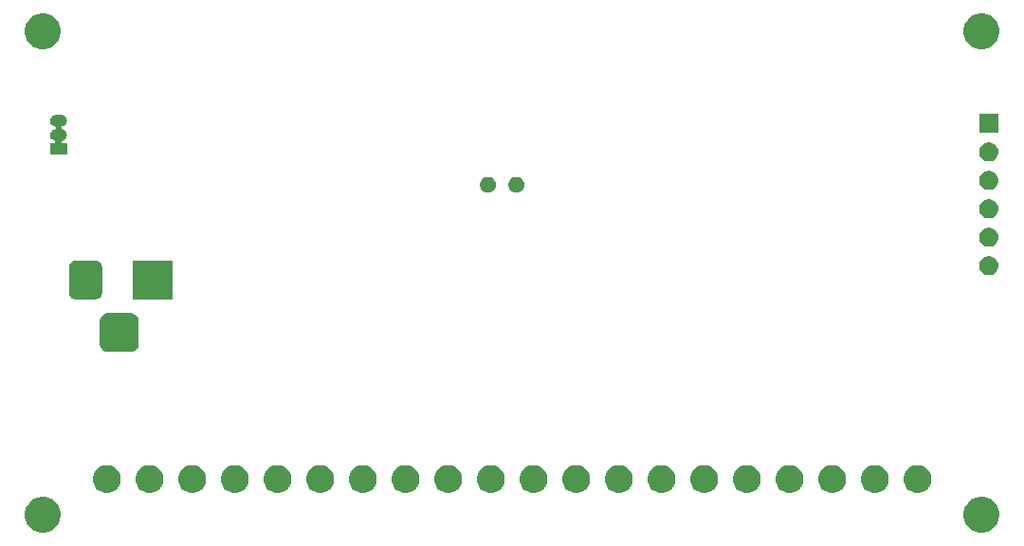
<source format=gbr>
G04 #@! TF.GenerationSoftware,KiCad,Pcbnew,(5.1.0-0)*
G04 #@! TF.CreationDate,2019-12-01T11:51:17+01:00*
G04 #@! TF.ProjectId,esp32,65737033-322e-46b6-9963-61645f706362,rev?*
G04 #@! TF.SameCoordinates,Original*
G04 #@! TF.FileFunction,Soldermask,Bot*
G04 #@! TF.FilePolarity,Negative*
%FSLAX46Y46*%
G04 Gerber Fmt 4.6, Leading zero omitted, Abs format (unit mm)*
G04 Created by KiCad (PCBNEW (5.1.0-0)) date 2019-12-01 11:51:17*
%MOMM*%
%LPD*%
G04 APERTURE LIST*
%ADD10C,0.100000*%
G04 APERTURE END LIST*
D10*
G36*
X165461703Y-106886486D02*
G01*
X165752883Y-107007097D01*
X166014940Y-107182198D01*
X166237802Y-107405060D01*
X166412903Y-107667117D01*
X166533514Y-107958297D01*
X166595000Y-108267412D01*
X166595000Y-108582588D01*
X166533514Y-108891703D01*
X166412903Y-109182883D01*
X166237802Y-109444940D01*
X166014940Y-109667802D01*
X165752883Y-109842903D01*
X165461703Y-109963514D01*
X165152588Y-110025000D01*
X164837412Y-110025000D01*
X164528297Y-109963514D01*
X164237117Y-109842903D01*
X163975060Y-109667802D01*
X163752198Y-109444940D01*
X163577097Y-109182883D01*
X163456486Y-108891703D01*
X163395000Y-108582588D01*
X163395000Y-108267412D01*
X163456486Y-107958297D01*
X163577097Y-107667117D01*
X163752198Y-107405060D01*
X163975060Y-107182198D01*
X164237117Y-107007097D01*
X164528297Y-106886486D01*
X164837412Y-106825000D01*
X165152588Y-106825000D01*
X165461703Y-106886486D01*
X165461703Y-106886486D01*
G37*
G36*
X81641703Y-106886486D02*
G01*
X81932883Y-107007097D01*
X82194940Y-107182198D01*
X82417802Y-107405060D01*
X82592903Y-107667117D01*
X82713514Y-107958297D01*
X82775000Y-108267412D01*
X82775000Y-108582588D01*
X82713514Y-108891703D01*
X82592903Y-109182883D01*
X82417802Y-109444940D01*
X82194940Y-109667802D01*
X81932883Y-109842903D01*
X81641703Y-109963514D01*
X81332588Y-110025000D01*
X81017412Y-110025000D01*
X80708297Y-109963514D01*
X80417117Y-109842903D01*
X80155060Y-109667802D01*
X79932198Y-109444940D01*
X79757097Y-109182883D01*
X79636486Y-108891703D01*
X79575000Y-108582588D01*
X79575000Y-108267412D01*
X79636486Y-107958297D01*
X79757097Y-107667117D01*
X79932198Y-107405060D01*
X80155060Y-107182198D01*
X80417117Y-107007097D01*
X80708297Y-106886486D01*
X81017412Y-106825000D01*
X81332588Y-106825000D01*
X81641703Y-106886486D01*
X81641703Y-106886486D01*
G37*
G36*
X152024610Y-104048036D02*
G01*
X152252095Y-104142264D01*
X152252097Y-104142265D01*
X152456828Y-104279062D01*
X152630938Y-104453172D01*
X152767736Y-104657905D01*
X152861964Y-104885390D01*
X152910000Y-105126884D01*
X152910000Y-105373116D01*
X152861964Y-105614610D01*
X152767736Y-105842095D01*
X152767735Y-105842097D01*
X152630938Y-106046828D01*
X152456828Y-106220938D01*
X152252097Y-106357735D01*
X152252096Y-106357736D01*
X152252095Y-106357736D01*
X152024610Y-106451964D01*
X151783116Y-106500000D01*
X151536884Y-106500000D01*
X151295390Y-106451964D01*
X151067905Y-106357736D01*
X151067904Y-106357736D01*
X151067903Y-106357735D01*
X150863172Y-106220938D01*
X150689062Y-106046828D01*
X150552265Y-105842097D01*
X150552264Y-105842095D01*
X150458036Y-105614610D01*
X150410000Y-105373116D01*
X150410000Y-105126884D01*
X150458036Y-104885390D01*
X150552264Y-104657905D01*
X150689062Y-104453172D01*
X150863172Y-104279062D01*
X151067903Y-104142265D01*
X151067905Y-104142264D01*
X151295390Y-104048036D01*
X151536884Y-104000000D01*
X151783116Y-104000000D01*
X152024610Y-104048036D01*
X152024610Y-104048036D01*
G37*
G36*
X148214610Y-104048036D02*
G01*
X148442095Y-104142264D01*
X148442097Y-104142265D01*
X148646828Y-104279062D01*
X148820938Y-104453172D01*
X148957736Y-104657905D01*
X149051964Y-104885390D01*
X149100000Y-105126884D01*
X149100000Y-105373116D01*
X149051964Y-105614610D01*
X148957736Y-105842095D01*
X148957735Y-105842097D01*
X148820938Y-106046828D01*
X148646828Y-106220938D01*
X148442097Y-106357735D01*
X148442096Y-106357736D01*
X148442095Y-106357736D01*
X148214610Y-106451964D01*
X147973116Y-106500000D01*
X147726884Y-106500000D01*
X147485390Y-106451964D01*
X147257905Y-106357736D01*
X147257904Y-106357736D01*
X147257903Y-106357735D01*
X147053172Y-106220938D01*
X146879062Y-106046828D01*
X146742265Y-105842097D01*
X146742264Y-105842095D01*
X146648036Y-105614610D01*
X146600000Y-105373116D01*
X146600000Y-105126884D01*
X146648036Y-104885390D01*
X146742264Y-104657905D01*
X146879062Y-104453172D01*
X147053172Y-104279062D01*
X147257903Y-104142265D01*
X147257905Y-104142264D01*
X147485390Y-104048036D01*
X147726884Y-104000000D01*
X147973116Y-104000000D01*
X148214610Y-104048036D01*
X148214610Y-104048036D01*
G37*
G36*
X144404610Y-104048036D02*
G01*
X144632095Y-104142264D01*
X144632097Y-104142265D01*
X144836828Y-104279062D01*
X145010938Y-104453172D01*
X145147736Y-104657905D01*
X145241964Y-104885390D01*
X145290000Y-105126884D01*
X145290000Y-105373116D01*
X145241964Y-105614610D01*
X145147736Y-105842095D01*
X145147735Y-105842097D01*
X145010938Y-106046828D01*
X144836828Y-106220938D01*
X144632097Y-106357735D01*
X144632096Y-106357736D01*
X144632095Y-106357736D01*
X144404610Y-106451964D01*
X144163116Y-106500000D01*
X143916884Y-106500000D01*
X143675390Y-106451964D01*
X143447905Y-106357736D01*
X143447904Y-106357736D01*
X143447903Y-106357735D01*
X143243172Y-106220938D01*
X143069062Y-106046828D01*
X142932265Y-105842097D01*
X142932264Y-105842095D01*
X142838036Y-105614610D01*
X142790000Y-105373116D01*
X142790000Y-105126884D01*
X142838036Y-104885390D01*
X142932264Y-104657905D01*
X143069062Y-104453172D01*
X143243172Y-104279062D01*
X143447903Y-104142265D01*
X143447905Y-104142264D01*
X143675390Y-104048036D01*
X143916884Y-104000000D01*
X144163116Y-104000000D01*
X144404610Y-104048036D01*
X144404610Y-104048036D01*
G37*
G36*
X140594610Y-104048036D02*
G01*
X140822095Y-104142264D01*
X140822097Y-104142265D01*
X141026828Y-104279062D01*
X141200938Y-104453172D01*
X141337736Y-104657905D01*
X141431964Y-104885390D01*
X141480000Y-105126884D01*
X141480000Y-105373116D01*
X141431964Y-105614610D01*
X141337736Y-105842095D01*
X141337735Y-105842097D01*
X141200938Y-106046828D01*
X141026828Y-106220938D01*
X140822097Y-106357735D01*
X140822096Y-106357736D01*
X140822095Y-106357736D01*
X140594610Y-106451964D01*
X140353116Y-106500000D01*
X140106884Y-106500000D01*
X139865390Y-106451964D01*
X139637905Y-106357736D01*
X139637904Y-106357736D01*
X139637903Y-106357735D01*
X139433172Y-106220938D01*
X139259062Y-106046828D01*
X139122265Y-105842097D01*
X139122264Y-105842095D01*
X139028036Y-105614610D01*
X138980000Y-105373116D01*
X138980000Y-105126884D01*
X139028036Y-104885390D01*
X139122264Y-104657905D01*
X139259062Y-104453172D01*
X139433172Y-104279062D01*
X139637903Y-104142265D01*
X139637905Y-104142264D01*
X139865390Y-104048036D01*
X140106884Y-104000000D01*
X140353116Y-104000000D01*
X140594610Y-104048036D01*
X140594610Y-104048036D01*
G37*
G36*
X136784610Y-104048036D02*
G01*
X137012095Y-104142264D01*
X137012097Y-104142265D01*
X137216828Y-104279062D01*
X137390938Y-104453172D01*
X137527736Y-104657905D01*
X137621964Y-104885390D01*
X137670000Y-105126884D01*
X137670000Y-105373116D01*
X137621964Y-105614610D01*
X137527736Y-105842095D01*
X137527735Y-105842097D01*
X137390938Y-106046828D01*
X137216828Y-106220938D01*
X137012097Y-106357735D01*
X137012096Y-106357736D01*
X137012095Y-106357736D01*
X136784610Y-106451964D01*
X136543116Y-106500000D01*
X136296884Y-106500000D01*
X136055390Y-106451964D01*
X135827905Y-106357736D01*
X135827904Y-106357736D01*
X135827903Y-106357735D01*
X135623172Y-106220938D01*
X135449062Y-106046828D01*
X135312265Y-105842097D01*
X135312264Y-105842095D01*
X135218036Y-105614610D01*
X135170000Y-105373116D01*
X135170000Y-105126884D01*
X135218036Y-104885390D01*
X135312264Y-104657905D01*
X135449062Y-104453172D01*
X135623172Y-104279062D01*
X135827903Y-104142265D01*
X135827905Y-104142264D01*
X136055390Y-104048036D01*
X136296884Y-104000000D01*
X136543116Y-104000000D01*
X136784610Y-104048036D01*
X136784610Y-104048036D01*
G37*
G36*
X132974610Y-104048036D02*
G01*
X133202095Y-104142264D01*
X133202097Y-104142265D01*
X133406828Y-104279062D01*
X133580938Y-104453172D01*
X133717736Y-104657905D01*
X133811964Y-104885390D01*
X133860000Y-105126884D01*
X133860000Y-105373116D01*
X133811964Y-105614610D01*
X133717736Y-105842095D01*
X133717735Y-105842097D01*
X133580938Y-106046828D01*
X133406828Y-106220938D01*
X133202097Y-106357735D01*
X133202096Y-106357736D01*
X133202095Y-106357736D01*
X132974610Y-106451964D01*
X132733116Y-106500000D01*
X132486884Y-106500000D01*
X132245390Y-106451964D01*
X132017905Y-106357736D01*
X132017904Y-106357736D01*
X132017903Y-106357735D01*
X131813172Y-106220938D01*
X131639062Y-106046828D01*
X131502265Y-105842097D01*
X131502264Y-105842095D01*
X131408036Y-105614610D01*
X131360000Y-105373116D01*
X131360000Y-105126884D01*
X131408036Y-104885390D01*
X131502264Y-104657905D01*
X131639062Y-104453172D01*
X131813172Y-104279062D01*
X132017903Y-104142265D01*
X132017905Y-104142264D01*
X132245390Y-104048036D01*
X132486884Y-104000000D01*
X132733116Y-104000000D01*
X132974610Y-104048036D01*
X132974610Y-104048036D01*
G37*
G36*
X129164610Y-104048036D02*
G01*
X129392095Y-104142264D01*
X129392097Y-104142265D01*
X129596828Y-104279062D01*
X129770938Y-104453172D01*
X129907736Y-104657905D01*
X130001964Y-104885390D01*
X130050000Y-105126884D01*
X130050000Y-105373116D01*
X130001964Y-105614610D01*
X129907736Y-105842095D01*
X129907735Y-105842097D01*
X129770938Y-106046828D01*
X129596828Y-106220938D01*
X129392097Y-106357735D01*
X129392096Y-106357736D01*
X129392095Y-106357736D01*
X129164610Y-106451964D01*
X128923116Y-106500000D01*
X128676884Y-106500000D01*
X128435390Y-106451964D01*
X128207905Y-106357736D01*
X128207904Y-106357736D01*
X128207903Y-106357735D01*
X128003172Y-106220938D01*
X127829062Y-106046828D01*
X127692265Y-105842097D01*
X127692264Y-105842095D01*
X127598036Y-105614610D01*
X127550000Y-105373116D01*
X127550000Y-105126884D01*
X127598036Y-104885390D01*
X127692264Y-104657905D01*
X127829062Y-104453172D01*
X128003172Y-104279062D01*
X128207903Y-104142265D01*
X128207905Y-104142264D01*
X128435390Y-104048036D01*
X128676884Y-104000000D01*
X128923116Y-104000000D01*
X129164610Y-104048036D01*
X129164610Y-104048036D01*
G37*
G36*
X125354610Y-104048036D02*
G01*
X125582095Y-104142264D01*
X125582097Y-104142265D01*
X125786828Y-104279062D01*
X125960938Y-104453172D01*
X126097736Y-104657905D01*
X126191964Y-104885390D01*
X126240000Y-105126884D01*
X126240000Y-105373116D01*
X126191964Y-105614610D01*
X126097736Y-105842095D01*
X126097735Y-105842097D01*
X125960938Y-106046828D01*
X125786828Y-106220938D01*
X125582097Y-106357735D01*
X125582096Y-106357736D01*
X125582095Y-106357736D01*
X125354610Y-106451964D01*
X125113116Y-106500000D01*
X124866884Y-106500000D01*
X124625390Y-106451964D01*
X124397905Y-106357736D01*
X124397904Y-106357736D01*
X124397903Y-106357735D01*
X124193172Y-106220938D01*
X124019062Y-106046828D01*
X123882265Y-105842097D01*
X123882264Y-105842095D01*
X123788036Y-105614610D01*
X123740000Y-105373116D01*
X123740000Y-105126884D01*
X123788036Y-104885390D01*
X123882264Y-104657905D01*
X124019062Y-104453172D01*
X124193172Y-104279062D01*
X124397903Y-104142265D01*
X124397905Y-104142264D01*
X124625390Y-104048036D01*
X124866884Y-104000000D01*
X125113116Y-104000000D01*
X125354610Y-104048036D01*
X125354610Y-104048036D01*
G37*
G36*
X121544610Y-104048036D02*
G01*
X121772095Y-104142264D01*
X121772097Y-104142265D01*
X121976828Y-104279062D01*
X122150938Y-104453172D01*
X122287736Y-104657905D01*
X122381964Y-104885390D01*
X122430000Y-105126884D01*
X122430000Y-105373116D01*
X122381964Y-105614610D01*
X122287736Y-105842095D01*
X122287735Y-105842097D01*
X122150938Y-106046828D01*
X121976828Y-106220938D01*
X121772097Y-106357735D01*
X121772096Y-106357736D01*
X121772095Y-106357736D01*
X121544610Y-106451964D01*
X121303116Y-106500000D01*
X121056884Y-106500000D01*
X120815390Y-106451964D01*
X120587905Y-106357736D01*
X120587904Y-106357736D01*
X120587903Y-106357735D01*
X120383172Y-106220938D01*
X120209062Y-106046828D01*
X120072265Y-105842097D01*
X120072264Y-105842095D01*
X119978036Y-105614610D01*
X119930000Y-105373116D01*
X119930000Y-105126884D01*
X119978036Y-104885390D01*
X120072264Y-104657905D01*
X120209062Y-104453172D01*
X120383172Y-104279062D01*
X120587903Y-104142265D01*
X120587905Y-104142264D01*
X120815390Y-104048036D01*
X121056884Y-104000000D01*
X121303116Y-104000000D01*
X121544610Y-104048036D01*
X121544610Y-104048036D01*
G37*
G36*
X117734610Y-104048036D02*
G01*
X117962095Y-104142264D01*
X117962097Y-104142265D01*
X118166828Y-104279062D01*
X118340938Y-104453172D01*
X118477736Y-104657905D01*
X118571964Y-104885390D01*
X118620000Y-105126884D01*
X118620000Y-105373116D01*
X118571964Y-105614610D01*
X118477736Y-105842095D01*
X118477735Y-105842097D01*
X118340938Y-106046828D01*
X118166828Y-106220938D01*
X117962097Y-106357735D01*
X117962096Y-106357736D01*
X117962095Y-106357736D01*
X117734610Y-106451964D01*
X117493116Y-106500000D01*
X117246884Y-106500000D01*
X117005390Y-106451964D01*
X116777905Y-106357736D01*
X116777904Y-106357736D01*
X116777903Y-106357735D01*
X116573172Y-106220938D01*
X116399062Y-106046828D01*
X116262265Y-105842097D01*
X116262264Y-105842095D01*
X116168036Y-105614610D01*
X116120000Y-105373116D01*
X116120000Y-105126884D01*
X116168036Y-104885390D01*
X116262264Y-104657905D01*
X116399062Y-104453172D01*
X116573172Y-104279062D01*
X116777903Y-104142265D01*
X116777905Y-104142264D01*
X117005390Y-104048036D01*
X117246884Y-104000000D01*
X117493116Y-104000000D01*
X117734610Y-104048036D01*
X117734610Y-104048036D01*
G37*
G36*
X113924610Y-104048036D02*
G01*
X114152095Y-104142264D01*
X114152097Y-104142265D01*
X114356828Y-104279062D01*
X114530938Y-104453172D01*
X114667736Y-104657905D01*
X114761964Y-104885390D01*
X114810000Y-105126884D01*
X114810000Y-105373116D01*
X114761964Y-105614610D01*
X114667736Y-105842095D01*
X114667735Y-105842097D01*
X114530938Y-106046828D01*
X114356828Y-106220938D01*
X114152097Y-106357735D01*
X114152096Y-106357736D01*
X114152095Y-106357736D01*
X113924610Y-106451964D01*
X113683116Y-106500000D01*
X113436884Y-106500000D01*
X113195390Y-106451964D01*
X112967905Y-106357736D01*
X112967904Y-106357736D01*
X112967903Y-106357735D01*
X112763172Y-106220938D01*
X112589062Y-106046828D01*
X112452265Y-105842097D01*
X112452264Y-105842095D01*
X112358036Y-105614610D01*
X112310000Y-105373116D01*
X112310000Y-105126884D01*
X112358036Y-104885390D01*
X112452264Y-104657905D01*
X112589062Y-104453172D01*
X112763172Y-104279062D01*
X112967903Y-104142265D01*
X112967905Y-104142264D01*
X113195390Y-104048036D01*
X113436884Y-104000000D01*
X113683116Y-104000000D01*
X113924610Y-104048036D01*
X113924610Y-104048036D01*
G37*
G36*
X110114610Y-104048036D02*
G01*
X110342095Y-104142264D01*
X110342097Y-104142265D01*
X110546828Y-104279062D01*
X110720938Y-104453172D01*
X110857736Y-104657905D01*
X110951964Y-104885390D01*
X111000000Y-105126884D01*
X111000000Y-105373116D01*
X110951964Y-105614610D01*
X110857736Y-105842095D01*
X110857735Y-105842097D01*
X110720938Y-106046828D01*
X110546828Y-106220938D01*
X110342097Y-106357735D01*
X110342096Y-106357736D01*
X110342095Y-106357736D01*
X110114610Y-106451964D01*
X109873116Y-106500000D01*
X109626884Y-106500000D01*
X109385390Y-106451964D01*
X109157905Y-106357736D01*
X109157904Y-106357736D01*
X109157903Y-106357735D01*
X108953172Y-106220938D01*
X108779062Y-106046828D01*
X108642265Y-105842097D01*
X108642264Y-105842095D01*
X108548036Y-105614610D01*
X108500000Y-105373116D01*
X108500000Y-105126884D01*
X108548036Y-104885390D01*
X108642264Y-104657905D01*
X108779062Y-104453172D01*
X108953172Y-104279062D01*
X109157903Y-104142265D01*
X109157905Y-104142264D01*
X109385390Y-104048036D01*
X109626884Y-104000000D01*
X109873116Y-104000000D01*
X110114610Y-104048036D01*
X110114610Y-104048036D01*
G37*
G36*
X106304610Y-104048036D02*
G01*
X106532095Y-104142264D01*
X106532097Y-104142265D01*
X106736828Y-104279062D01*
X106910938Y-104453172D01*
X107047736Y-104657905D01*
X107141964Y-104885390D01*
X107190000Y-105126884D01*
X107190000Y-105373116D01*
X107141964Y-105614610D01*
X107047736Y-105842095D01*
X107047735Y-105842097D01*
X106910938Y-106046828D01*
X106736828Y-106220938D01*
X106532097Y-106357735D01*
X106532096Y-106357736D01*
X106532095Y-106357736D01*
X106304610Y-106451964D01*
X106063116Y-106500000D01*
X105816884Y-106500000D01*
X105575390Y-106451964D01*
X105347905Y-106357736D01*
X105347904Y-106357736D01*
X105347903Y-106357735D01*
X105143172Y-106220938D01*
X104969062Y-106046828D01*
X104832265Y-105842097D01*
X104832264Y-105842095D01*
X104738036Y-105614610D01*
X104690000Y-105373116D01*
X104690000Y-105126884D01*
X104738036Y-104885390D01*
X104832264Y-104657905D01*
X104969062Y-104453172D01*
X105143172Y-104279062D01*
X105347903Y-104142265D01*
X105347905Y-104142264D01*
X105575390Y-104048036D01*
X105816884Y-104000000D01*
X106063116Y-104000000D01*
X106304610Y-104048036D01*
X106304610Y-104048036D01*
G37*
G36*
X102494610Y-104048036D02*
G01*
X102722095Y-104142264D01*
X102722097Y-104142265D01*
X102926828Y-104279062D01*
X103100938Y-104453172D01*
X103237736Y-104657905D01*
X103331964Y-104885390D01*
X103380000Y-105126884D01*
X103380000Y-105373116D01*
X103331964Y-105614610D01*
X103237736Y-105842095D01*
X103237735Y-105842097D01*
X103100938Y-106046828D01*
X102926828Y-106220938D01*
X102722097Y-106357735D01*
X102722096Y-106357736D01*
X102722095Y-106357736D01*
X102494610Y-106451964D01*
X102253116Y-106500000D01*
X102006884Y-106500000D01*
X101765390Y-106451964D01*
X101537905Y-106357736D01*
X101537904Y-106357736D01*
X101537903Y-106357735D01*
X101333172Y-106220938D01*
X101159062Y-106046828D01*
X101022265Y-105842097D01*
X101022264Y-105842095D01*
X100928036Y-105614610D01*
X100880000Y-105373116D01*
X100880000Y-105126884D01*
X100928036Y-104885390D01*
X101022264Y-104657905D01*
X101159062Y-104453172D01*
X101333172Y-104279062D01*
X101537903Y-104142265D01*
X101537905Y-104142264D01*
X101765390Y-104048036D01*
X102006884Y-104000000D01*
X102253116Y-104000000D01*
X102494610Y-104048036D01*
X102494610Y-104048036D01*
G37*
G36*
X98684610Y-104048036D02*
G01*
X98912095Y-104142264D01*
X98912097Y-104142265D01*
X99116828Y-104279062D01*
X99290938Y-104453172D01*
X99427736Y-104657905D01*
X99521964Y-104885390D01*
X99570000Y-105126884D01*
X99570000Y-105373116D01*
X99521964Y-105614610D01*
X99427736Y-105842095D01*
X99427735Y-105842097D01*
X99290938Y-106046828D01*
X99116828Y-106220938D01*
X98912097Y-106357735D01*
X98912096Y-106357736D01*
X98912095Y-106357736D01*
X98684610Y-106451964D01*
X98443116Y-106500000D01*
X98196884Y-106500000D01*
X97955390Y-106451964D01*
X97727905Y-106357736D01*
X97727904Y-106357736D01*
X97727903Y-106357735D01*
X97523172Y-106220938D01*
X97349062Y-106046828D01*
X97212265Y-105842097D01*
X97212264Y-105842095D01*
X97118036Y-105614610D01*
X97070000Y-105373116D01*
X97070000Y-105126884D01*
X97118036Y-104885390D01*
X97212264Y-104657905D01*
X97349062Y-104453172D01*
X97523172Y-104279062D01*
X97727903Y-104142265D01*
X97727905Y-104142264D01*
X97955390Y-104048036D01*
X98196884Y-104000000D01*
X98443116Y-104000000D01*
X98684610Y-104048036D01*
X98684610Y-104048036D01*
G37*
G36*
X94874610Y-104048036D02*
G01*
X95102095Y-104142264D01*
X95102097Y-104142265D01*
X95306828Y-104279062D01*
X95480938Y-104453172D01*
X95617736Y-104657905D01*
X95711964Y-104885390D01*
X95760000Y-105126884D01*
X95760000Y-105373116D01*
X95711964Y-105614610D01*
X95617736Y-105842095D01*
X95617735Y-105842097D01*
X95480938Y-106046828D01*
X95306828Y-106220938D01*
X95102097Y-106357735D01*
X95102096Y-106357736D01*
X95102095Y-106357736D01*
X94874610Y-106451964D01*
X94633116Y-106500000D01*
X94386884Y-106500000D01*
X94145390Y-106451964D01*
X93917905Y-106357736D01*
X93917904Y-106357736D01*
X93917903Y-106357735D01*
X93713172Y-106220938D01*
X93539062Y-106046828D01*
X93402265Y-105842097D01*
X93402264Y-105842095D01*
X93308036Y-105614610D01*
X93260000Y-105373116D01*
X93260000Y-105126884D01*
X93308036Y-104885390D01*
X93402264Y-104657905D01*
X93539062Y-104453172D01*
X93713172Y-104279062D01*
X93917903Y-104142265D01*
X93917905Y-104142264D01*
X94145390Y-104048036D01*
X94386884Y-104000000D01*
X94633116Y-104000000D01*
X94874610Y-104048036D01*
X94874610Y-104048036D01*
G37*
G36*
X91064610Y-104048036D02*
G01*
X91292095Y-104142264D01*
X91292097Y-104142265D01*
X91496828Y-104279062D01*
X91670938Y-104453172D01*
X91807736Y-104657905D01*
X91901964Y-104885390D01*
X91950000Y-105126884D01*
X91950000Y-105373116D01*
X91901964Y-105614610D01*
X91807736Y-105842095D01*
X91807735Y-105842097D01*
X91670938Y-106046828D01*
X91496828Y-106220938D01*
X91292097Y-106357735D01*
X91292096Y-106357736D01*
X91292095Y-106357736D01*
X91064610Y-106451964D01*
X90823116Y-106500000D01*
X90576884Y-106500000D01*
X90335390Y-106451964D01*
X90107905Y-106357736D01*
X90107904Y-106357736D01*
X90107903Y-106357735D01*
X89903172Y-106220938D01*
X89729062Y-106046828D01*
X89592265Y-105842097D01*
X89592264Y-105842095D01*
X89498036Y-105614610D01*
X89450000Y-105373116D01*
X89450000Y-105126884D01*
X89498036Y-104885390D01*
X89592264Y-104657905D01*
X89729062Y-104453172D01*
X89903172Y-104279062D01*
X90107903Y-104142265D01*
X90107905Y-104142264D01*
X90335390Y-104048036D01*
X90576884Y-104000000D01*
X90823116Y-104000000D01*
X91064610Y-104048036D01*
X91064610Y-104048036D01*
G37*
G36*
X87254610Y-104048036D02*
G01*
X87482095Y-104142264D01*
X87482097Y-104142265D01*
X87686828Y-104279062D01*
X87860938Y-104453172D01*
X87997736Y-104657905D01*
X88091964Y-104885390D01*
X88140000Y-105126884D01*
X88140000Y-105373116D01*
X88091964Y-105614610D01*
X87997736Y-105842095D01*
X87997735Y-105842097D01*
X87860938Y-106046828D01*
X87686828Y-106220938D01*
X87482097Y-106357735D01*
X87482096Y-106357736D01*
X87482095Y-106357736D01*
X87254610Y-106451964D01*
X87013116Y-106500000D01*
X86766884Y-106500000D01*
X86525390Y-106451964D01*
X86297905Y-106357736D01*
X86297904Y-106357736D01*
X86297903Y-106357735D01*
X86093172Y-106220938D01*
X85919062Y-106046828D01*
X85782265Y-105842097D01*
X85782264Y-105842095D01*
X85688036Y-105614610D01*
X85640000Y-105373116D01*
X85640000Y-105126884D01*
X85688036Y-104885390D01*
X85782264Y-104657905D01*
X85919062Y-104453172D01*
X86093172Y-104279062D01*
X86297903Y-104142265D01*
X86297905Y-104142264D01*
X86525390Y-104048036D01*
X86766884Y-104000000D01*
X87013116Y-104000000D01*
X87254610Y-104048036D01*
X87254610Y-104048036D01*
G37*
G36*
X159644610Y-104048036D02*
G01*
X159872095Y-104142264D01*
X159872097Y-104142265D01*
X160076828Y-104279062D01*
X160250938Y-104453172D01*
X160387736Y-104657905D01*
X160481964Y-104885390D01*
X160530000Y-105126884D01*
X160530000Y-105373116D01*
X160481964Y-105614610D01*
X160387736Y-105842095D01*
X160387735Y-105842097D01*
X160250938Y-106046828D01*
X160076828Y-106220938D01*
X159872097Y-106357735D01*
X159872096Y-106357736D01*
X159872095Y-106357736D01*
X159644610Y-106451964D01*
X159403116Y-106500000D01*
X159156884Y-106500000D01*
X158915390Y-106451964D01*
X158687905Y-106357736D01*
X158687904Y-106357736D01*
X158687903Y-106357735D01*
X158483172Y-106220938D01*
X158309062Y-106046828D01*
X158172265Y-105842097D01*
X158172264Y-105842095D01*
X158078036Y-105614610D01*
X158030000Y-105373116D01*
X158030000Y-105126884D01*
X158078036Y-104885390D01*
X158172264Y-104657905D01*
X158309062Y-104453172D01*
X158483172Y-104279062D01*
X158687903Y-104142265D01*
X158687905Y-104142264D01*
X158915390Y-104048036D01*
X159156884Y-104000000D01*
X159403116Y-104000000D01*
X159644610Y-104048036D01*
X159644610Y-104048036D01*
G37*
G36*
X155834610Y-104048036D02*
G01*
X156062095Y-104142264D01*
X156062097Y-104142265D01*
X156266828Y-104279062D01*
X156440938Y-104453172D01*
X156577736Y-104657905D01*
X156671964Y-104885390D01*
X156720000Y-105126884D01*
X156720000Y-105373116D01*
X156671964Y-105614610D01*
X156577736Y-105842095D01*
X156577735Y-105842097D01*
X156440938Y-106046828D01*
X156266828Y-106220938D01*
X156062097Y-106357735D01*
X156062096Y-106357736D01*
X156062095Y-106357736D01*
X155834610Y-106451964D01*
X155593116Y-106500000D01*
X155346884Y-106500000D01*
X155105390Y-106451964D01*
X154877905Y-106357736D01*
X154877904Y-106357736D01*
X154877903Y-106357735D01*
X154673172Y-106220938D01*
X154499062Y-106046828D01*
X154362265Y-105842097D01*
X154362264Y-105842095D01*
X154268036Y-105614610D01*
X154220000Y-105373116D01*
X154220000Y-105126884D01*
X154268036Y-104885390D01*
X154362264Y-104657905D01*
X154499062Y-104453172D01*
X154673172Y-104279062D01*
X154877903Y-104142265D01*
X154877905Y-104142264D01*
X155105390Y-104048036D01*
X155346884Y-104000000D01*
X155593116Y-104000000D01*
X155834610Y-104048036D01*
X155834610Y-104048036D01*
G37*
G36*
X89080891Y-90436205D02*
G01*
X89233202Y-90482408D01*
X89373565Y-90557433D01*
X89496597Y-90658403D01*
X89597567Y-90781435D01*
X89672592Y-90921798D01*
X89718795Y-91074109D01*
X89735000Y-91238640D01*
X89735000Y-93101360D01*
X89718795Y-93265891D01*
X89672592Y-93418202D01*
X89597567Y-93558565D01*
X89496597Y-93681597D01*
X89373565Y-93782567D01*
X89233202Y-93857592D01*
X89080891Y-93903795D01*
X88916360Y-93920000D01*
X87053640Y-93920000D01*
X86889109Y-93903795D01*
X86736798Y-93857592D01*
X86596435Y-93782567D01*
X86473403Y-93681597D01*
X86372433Y-93558565D01*
X86297408Y-93418202D01*
X86251205Y-93265891D01*
X86235000Y-93101360D01*
X86235000Y-91238640D01*
X86251205Y-91074109D01*
X86297408Y-90921798D01*
X86372433Y-90781435D01*
X86473403Y-90658403D01*
X86596435Y-90557433D01*
X86736798Y-90482408D01*
X86889109Y-90436205D01*
X87053640Y-90420000D01*
X88916360Y-90420000D01*
X89080891Y-90436205D01*
X89080891Y-90436205D01*
G37*
G36*
X85931505Y-85733803D02*
G01*
X86060366Y-85772893D01*
X86179117Y-85836367D01*
X86283209Y-85921791D01*
X86368633Y-86025883D01*
X86432107Y-86144634D01*
X86471197Y-86273495D01*
X86485000Y-86413640D01*
X86485000Y-88526360D01*
X86471197Y-88666505D01*
X86432107Y-88795366D01*
X86368633Y-88914117D01*
X86283209Y-89018209D01*
X86179117Y-89103633D01*
X86060366Y-89167107D01*
X85931505Y-89206197D01*
X85791360Y-89220000D01*
X84178640Y-89220000D01*
X84038495Y-89206197D01*
X83909634Y-89167107D01*
X83790883Y-89103633D01*
X83686791Y-89018209D01*
X83601367Y-88914117D01*
X83537893Y-88795366D01*
X83498803Y-88666505D01*
X83485000Y-88526360D01*
X83485000Y-86413640D01*
X83498803Y-86273495D01*
X83537893Y-86144634D01*
X83601367Y-86025883D01*
X83686791Y-85921791D01*
X83790883Y-85836367D01*
X83909634Y-85772893D01*
X84038495Y-85733803D01*
X84178640Y-85720000D01*
X85791360Y-85720000D01*
X85931505Y-85733803D01*
X85931505Y-85733803D01*
G37*
G36*
X92735000Y-89220000D02*
G01*
X89235000Y-89220000D01*
X89235000Y-85720000D01*
X92735000Y-85720000D01*
X92735000Y-89220000D01*
X92735000Y-89220000D01*
G37*
G36*
X165796627Y-85362299D02*
G01*
X165876742Y-85386602D01*
X165956855Y-85410903D01*
X165956857Y-85410904D01*
X166104518Y-85489831D01*
X166233949Y-85596051D01*
X166340169Y-85725482D01*
X166419096Y-85873143D01*
X166467701Y-86033373D01*
X166484112Y-86200000D01*
X166467701Y-86366627D01*
X166419096Y-86526857D01*
X166340169Y-86674518D01*
X166233949Y-86803949D01*
X166104518Y-86910169D01*
X165956857Y-86989096D01*
X165956855Y-86989097D01*
X165876742Y-87013399D01*
X165796627Y-87037701D01*
X165671752Y-87050000D01*
X165588248Y-87050000D01*
X165463373Y-87037701D01*
X165383258Y-87013399D01*
X165303145Y-86989097D01*
X165303143Y-86989096D01*
X165155482Y-86910169D01*
X165026051Y-86803949D01*
X164919831Y-86674518D01*
X164840904Y-86526857D01*
X164792299Y-86366627D01*
X164775888Y-86200000D01*
X164792299Y-86033373D01*
X164840904Y-85873143D01*
X164919831Y-85725482D01*
X165026051Y-85596051D01*
X165155482Y-85489831D01*
X165303143Y-85410904D01*
X165303145Y-85410903D01*
X165383258Y-85386602D01*
X165463373Y-85362299D01*
X165588248Y-85350000D01*
X165671752Y-85350000D01*
X165796627Y-85362299D01*
X165796627Y-85362299D01*
G37*
G36*
X165796627Y-82822299D02*
G01*
X165876742Y-82846601D01*
X165956855Y-82870903D01*
X165956857Y-82870904D01*
X166104518Y-82949831D01*
X166233949Y-83056051D01*
X166340169Y-83185482D01*
X166419096Y-83333143D01*
X166467701Y-83493373D01*
X166484112Y-83660000D01*
X166467701Y-83826627D01*
X166419096Y-83986857D01*
X166340169Y-84134518D01*
X166233949Y-84263949D01*
X166104518Y-84370169D01*
X165956857Y-84449096D01*
X165956855Y-84449097D01*
X165876742Y-84473398D01*
X165796627Y-84497701D01*
X165671752Y-84510000D01*
X165588248Y-84510000D01*
X165463373Y-84497701D01*
X165383258Y-84473398D01*
X165303145Y-84449097D01*
X165303143Y-84449096D01*
X165155482Y-84370169D01*
X165026051Y-84263949D01*
X164919831Y-84134518D01*
X164840904Y-83986857D01*
X164792299Y-83826627D01*
X164775888Y-83660000D01*
X164792299Y-83493373D01*
X164840904Y-83333143D01*
X164919831Y-83185482D01*
X165026051Y-83056051D01*
X165155482Y-82949831D01*
X165303143Y-82870904D01*
X165303145Y-82870903D01*
X165383258Y-82846601D01*
X165463373Y-82822299D01*
X165588248Y-82810000D01*
X165671752Y-82810000D01*
X165796627Y-82822299D01*
X165796627Y-82822299D01*
G37*
G36*
X165796627Y-80282299D02*
G01*
X165876742Y-80306601D01*
X165956855Y-80330903D01*
X165956857Y-80330904D01*
X166104518Y-80409831D01*
X166233949Y-80516051D01*
X166340169Y-80645482D01*
X166419096Y-80793143D01*
X166467701Y-80953373D01*
X166484112Y-81120000D01*
X166467701Y-81286627D01*
X166419096Y-81446857D01*
X166340169Y-81594518D01*
X166233949Y-81723949D01*
X166104518Y-81830169D01*
X165956857Y-81909096D01*
X165956855Y-81909097D01*
X165876742Y-81933398D01*
X165796627Y-81957701D01*
X165671752Y-81970000D01*
X165588248Y-81970000D01*
X165463373Y-81957701D01*
X165383258Y-81933398D01*
X165303145Y-81909097D01*
X165303143Y-81909096D01*
X165155482Y-81830169D01*
X165026051Y-81723949D01*
X164919831Y-81594518D01*
X164840904Y-81446857D01*
X164792299Y-81286627D01*
X164775888Y-81120000D01*
X164792299Y-80953373D01*
X164840904Y-80793143D01*
X164919831Y-80645482D01*
X165026051Y-80516051D01*
X165155482Y-80409831D01*
X165303143Y-80330904D01*
X165303145Y-80330903D01*
X165383258Y-80306601D01*
X165463373Y-80282299D01*
X165588248Y-80270000D01*
X165671752Y-80270000D01*
X165796627Y-80282299D01*
X165796627Y-80282299D01*
G37*
G36*
X121130182Y-78287900D02*
G01*
X121257573Y-78340667D01*
X121257574Y-78340668D01*
X121372224Y-78417274D01*
X121469726Y-78514776D01*
X121469727Y-78514778D01*
X121546333Y-78629427D01*
X121599100Y-78756818D01*
X121626000Y-78892055D01*
X121626000Y-79029945D01*
X121599100Y-79165182D01*
X121546333Y-79292573D01*
X121546332Y-79292574D01*
X121469726Y-79407224D01*
X121372224Y-79504726D01*
X121314510Y-79543289D01*
X121257573Y-79581333D01*
X121130182Y-79634100D01*
X120994945Y-79661000D01*
X120857055Y-79661000D01*
X120721818Y-79634100D01*
X120594427Y-79581333D01*
X120537490Y-79543289D01*
X120479776Y-79504726D01*
X120382274Y-79407224D01*
X120305668Y-79292574D01*
X120305667Y-79292573D01*
X120252900Y-79165182D01*
X120226000Y-79029945D01*
X120226000Y-78892055D01*
X120252900Y-78756818D01*
X120305667Y-78629427D01*
X120382273Y-78514778D01*
X120382274Y-78514776D01*
X120479776Y-78417274D01*
X120594426Y-78340668D01*
X120594427Y-78340667D01*
X120721818Y-78287900D01*
X120857055Y-78261000D01*
X120994945Y-78261000D01*
X121130182Y-78287900D01*
X121130182Y-78287900D01*
G37*
G36*
X123670182Y-78287900D02*
G01*
X123797573Y-78340667D01*
X123797574Y-78340668D01*
X123912224Y-78417274D01*
X124009726Y-78514776D01*
X124009727Y-78514778D01*
X124086333Y-78629427D01*
X124139100Y-78756818D01*
X124166000Y-78892055D01*
X124166000Y-79029945D01*
X124139100Y-79165182D01*
X124086333Y-79292573D01*
X124086332Y-79292574D01*
X124009726Y-79407224D01*
X123912224Y-79504726D01*
X123854510Y-79543289D01*
X123797573Y-79581333D01*
X123670182Y-79634100D01*
X123534945Y-79661000D01*
X123397055Y-79661000D01*
X123261818Y-79634100D01*
X123134427Y-79581333D01*
X123077490Y-79543289D01*
X123019776Y-79504726D01*
X122922274Y-79407224D01*
X122845668Y-79292574D01*
X122845667Y-79292573D01*
X122792900Y-79165182D01*
X122766000Y-79029945D01*
X122766000Y-78892055D01*
X122792900Y-78756818D01*
X122845667Y-78629427D01*
X122922273Y-78514778D01*
X122922274Y-78514776D01*
X123019776Y-78417274D01*
X123134426Y-78340668D01*
X123134427Y-78340667D01*
X123261818Y-78287900D01*
X123397055Y-78261000D01*
X123534945Y-78261000D01*
X123670182Y-78287900D01*
X123670182Y-78287900D01*
G37*
G36*
X165796627Y-77742299D02*
G01*
X165876742Y-77766602D01*
X165956855Y-77790903D01*
X165956857Y-77790904D01*
X166104518Y-77869831D01*
X166233949Y-77976051D01*
X166340168Y-78105481D01*
X166419097Y-78253145D01*
X166429640Y-78287901D01*
X166467701Y-78413373D01*
X166484112Y-78580000D01*
X166467701Y-78746627D01*
X166419096Y-78906857D01*
X166340169Y-79054518D01*
X166233949Y-79183949D01*
X166104518Y-79290169D01*
X165956857Y-79369096D01*
X165956855Y-79369097D01*
X165876742Y-79393399D01*
X165796627Y-79417701D01*
X165671752Y-79430000D01*
X165588248Y-79430000D01*
X165463373Y-79417701D01*
X165383258Y-79393398D01*
X165303145Y-79369097D01*
X165303143Y-79369096D01*
X165155482Y-79290169D01*
X165026051Y-79183949D01*
X164919831Y-79054518D01*
X164840904Y-78906857D01*
X164792299Y-78746627D01*
X164775888Y-78580000D01*
X164792299Y-78413373D01*
X164830360Y-78287901D01*
X164840903Y-78253145D01*
X164919832Y-78105481D01*
X165026051Y-77976051D01*
X165155482Y-77869831D01*
X165303143Y-77790904D01*
X165303145Y-77790903D01*
X165383258Y-77766602D01*
X165463373Y-77742299D01*
X165588248Y-77730000D01*
X165671752Y-77730000D01*
X165796627Y-77742299D01*
X165796627Y-77742299D01*
G37*
G36*
X165796627Y-75202299D02*
G01*
X165869448Y-75224389D01*
X165956855Y-75250903D01*
X165956857Y-75250904D01*
X166104518Y-75329831D01*
X166233949Y-75436051D01*
X166340169Y-75565482D01*
X166419096Y-75713143D01*
X166467701Y-75873373D01*
X166484112Y-76040000D01*
X166467701Y-76206627D01*
X166419096Y-76366857D01*
X166340169Y-76514518D01*
X166233949Y-76643949D01*
X166104518Y-76750169D01*
X165956857Y-76829096D01*
X165956855Y-76829097D01*
X165876742Y-76853399D01*
X165796627Y-76877701D01*
X165671752Y-76890000D01*
X165588248Y-76890000D01*
X165463373Y-76877701D01*
X165383258Y-76853399D01*
X165303145Y-76829097D01*
X165303143Y-76829096D01*
X165155482Y-76750169D01*
X165026051Y-76643949D01*
X164919831Y-76514518D01*
X164840904Y-76366857D01*
X164792299Y-76206627D01*
X164775888Y-76040000D01*
X164792299Y-75873373D01*
X164840904Y-75713143D01*
X164919831Y-75565482D01*
X165026051Y-75436051D01*
X165155482Y-75329831D01*
X165303143Y-75250904D01*
X165303145Y-75250903D01*
X165390552Y-75224389D01*
X165463373Y-75202299D01*
X165588248Y-75190000D01*
X165671752Y-75190000D01*
X165796627Y-75202299D01*
X165796627Y-75202299D01*
G37*
G36*
X82899919Y-72728596D02*
G01*
X82998880Y-72758616D01*
X83078307Y-72801071D01*
X83090086Y-72807367D01*
X83110909Y-72824456D01*
X83170028Y-72872972D01*
X83218544Y-72932091D01*
X83235633Y-72952914D01*
X83235634Y-72952916D01*
X83284384Y-73044120D01*
X83314404Y-73143081D01*
X83324540Y-73246000D01*
X83314404Y-73348919D01*
X83284384Y-73447880D01*
X83284383Y-73447881D01*
X83235633Y-73539086D01*
X83218544Y-73559909D01*
X83170028Y-73619028D01*
X83110909Y-73667544D01*
X83090086Y-73684633D01*
X83090084Y-73684634D01*
X82998880Y-73733384D01*
X82906577Y-73761384D01*
X82883938Y-73770761D01*
X82863564Y-73784375D01*
X82846237Y-73801702D01*
X82832623Y-73822076D01*
X82823246Y-73844715D01*
X82818466Y-73868748D01*
X82818466Y-73893253D01*
X82823247Y-73917286D01*
X82832624Y-73939925D01*
X82846238Y-73960299D01*
X82863565Y-73977626D01*
X82883939Y-73991240D01*
X82906577Y-74000616D01*
X82998880Y-74028616D01*
X83078307Y-74071071D01*
X83090086Y-74077367D01*
X83110909Y-74094456D01*
X83170028Y-74142972D01*
X83218544Y-74202091D01*
X83235633Y-74222914D01*
X83235634Y-74222916D01*
X83284384Y-74314120D01*
X83314404Y-74413081D01*
X83324540Y-74516000D01*
X83314404Y-74618919D01*
X83284384Y-74717880D01*
X83284383Y-74717881D01*
X83235633Y-74809086D01*
X83218544Y-74829909D01*
X83170028Y-74889028D01*
X83110909Y-74937544D01*
X83090086Y-74954633D01*
X82998881Y-75003383D01*
X82956017Y-75016385D01*
X82933383Y-75025762D01*
X82913008Y-75039376D01*
X82895681Y-75056703D01*
X82882068Y-75077077D01*
X82872690Y-75099716D01*
X82867910Y-75123749D01*
X82867910Y-75148253D01*
X82872690Y-75172287D01*
X82882068Y-75194925D01*
X82895682Y-75215300D01*
X82913009Y-75232627D01*
X82933383Y-75246240D01*
X82956022Y-75255618D01*
X82992307Y-75261000D01*
X83322000Y-75261000D01*
X83322000Y-76311000D01*
X81822000Y-76311000D01*
X81822000Y-75261000D01*
X82151693Y-75261000D01*
X82176079Y-75258598D01*
X82199528Y-75251485D01*
X82221139Y-75239934D01*
X82240081Y-75224389D01*
X82255626Y-75205447D01*
X82267177Y-75183836D01*
X82274290Y-75160387D01*
X82276692Y-75136001D01*
X82274290Y-75111615D01*
X82267177Y-75088166D01*
X82255626Y-75066555D01*
X82240081Y-75047613D01*
X82221139Y-75032068D01*
X82187981Y-75016385D01*
X82145119Y-75003383D01*
X82053914Y-74954633D01*
X82033091Y-74937544D01*
X81973972Y-74889028D01*
X81925456Y-74829909D01*
X81908367Y-74809086D01*
X81859617Y-74717881D01*
X81859616Y-74717880D01*
X81829596Y-74618919D01*
X81819460Y-74516000D01*
X81829596Y-74413081D01*
X81859616Y-74314120D01*
X81908366Y-74222916D01*
X81908367Y-74222914D01*
X81925456Y-74202091D01*
X81973972Y-74142972D01*
X82033091Y-74094456D01*
X82053914Y-74077367D01*
X82065693Y-74071071D01*
X82145120Y-74028616D01*
X82237423Y-74000616D01*
X82260062Y-73991239D01*
X82280436Y-73977625D01*
X82297763Y-73960298D01*
X82311377Y-73939924D01*
X82320754Y-73917285D01*
X82325534Y-73893252D01*
X82325534Y-73868747D01*
X82320753Y-73844714D01*
X82311376Y-73822075D01*
X82297762Y-73801701D01*
X82280435Y-73784374D01*
X82260061Y-73770760D01*
X82237423Y-73761384D01*
X82145120Y-73733384D01*
X82053916Y-73684634D01*
X82053914Y-73684633D01*
X82033091Y-73667544D01*
X81973972Y-73619028D01*
X81925456Y-73559909D01*
X81908367Y-73539086D01*
X81859617Y-73447881D01*
X81859616Y-73447880D01*
X81829596Y-73348919D01*
X81819460Y-73246000D01*
X81829596Y-73143081D01*
X81859616Y-73044120D01*
X81908366Y-72952916D01*
X81908367Y-72952914D01*
X81925456Y-72932091D01*
X81973972Y-72872972D01*
X82033091Y-72824456D01*
X82053914Y-72807367D01*
X82065693Y-72801071D01*
X82145120Y-72758616D01*
X82244081Y-72728596D01*
X82321208Y-72721000D01*
X82822792Y-72721000D01*
X82899919Y-72728596D01*
X82899919Y-72728596D01*
G37*
G36*
X166480000Y-74350000D02*
G01*
X164780000Y-74350000D01*
X164780000Y-72650000D01*
X166480000Y-72650000D01*
X166480000Y-74350000D01*
X166480000Y-74350000D01*
G37*
G36*
X81641703Y-63706486D02*
G01*
X81932883Y-63827097D01*
X82194940Y-64002198D01*
X82417802Y-64225060D01*
X82592903Y-64487117D01*
X82713514Y-64778297D01*
X82775000Y-65087412D01*
X82775000Y-65402588D01*
X82713514Y-65711703D01*
X82592903Y-66002883D01*
X82417802Y-66264940D01*
X82194940Y-66487802D01*
X81932883Y-66662903D01*
X81641703Y-66783514D01*
X81332588Y-66845000D01*
X81017412Y-66845000D01*
X80708297Y-66783514D01*
X80417117Y-66662903D01*
X80155060Y-66487802D01*
X79932198Y-66264940D01*
X79757097Y-66002883D01*
X79636486Y-65711703D01*
X79575000Y-65402588D01*
X79575000Y-65087412D01*
X79636486Y-64778297D01*
X79757097Y-64487117D01*
X79932198Y-64225060D01*
X80155060Y-64002198D01*
X80417117Y-63827097D01*
X80708297Y-63706486D01*
X81017412Y-63645000D01*
X81332588Y-63645000D01*
X81641703Y-63706486D01*
X81641703Y-63706486D01*
G37*
G36*
X165461703Y-63706486D02*
G01*
X165752883Y-63827097D01*
X166014940Y-64002198D01*
X166237802Y-64225060D01*
X166412903Y-64487117D01*
X166533514Y-64778297D01*
X166595000Y-65087412D01*
X166595000Y-65402588D01*
X166533514Y-65711703D01*
X166412903Y-66002883D01*
X166237802Y-66264940D01*
X166014940Y-66487802D01*
X165752883Y-66662903D01*
X165461703Y-66783514D01*
X165152588Y-66845000D01*
X164837412Y-66845000D01*
X164528297Y-66783514D01*
X164237117Y-66662903D01*
X163975060Y-66487802D01*
X163752198Y-66264940D01*
X163577097Y-66002883D01*
X163456486Y-65711703D01*
X163395000Y-65402588D01*
X163395000Y-65087412D01*
X163456486Y-64778297D01*
X163577097Y-64487117D01*
X163752198Y-64225060D01*
X163975060Y-64002198D01*
X164237117Y-63827097D01*
X164528297Y-63706486D01*
X164837412Y-63645000D01*
X165152588Y-63645000D01*
X165461703Y-63706486D01*
X165461703Y-63706486D01*
G37*
M02*

</source>
